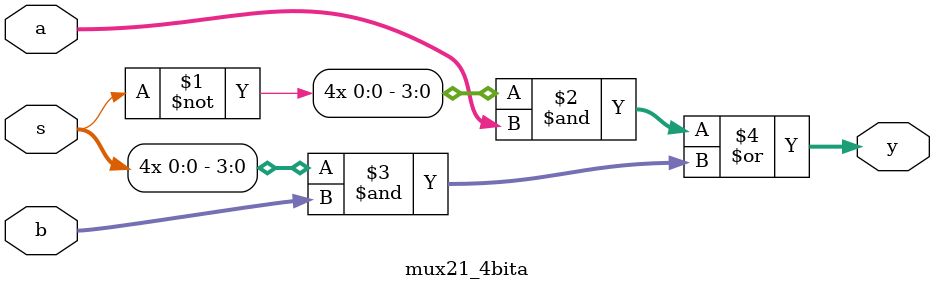
<source format=v>
module mux21_4bita(
	input wire [3:0] a,
	input wire [3:0] b,
	input wire s,
	output wire [3:0] y
);

  assign y = {4{~s}}&a|{4{s}}&b;
  
endmodule
</source>
